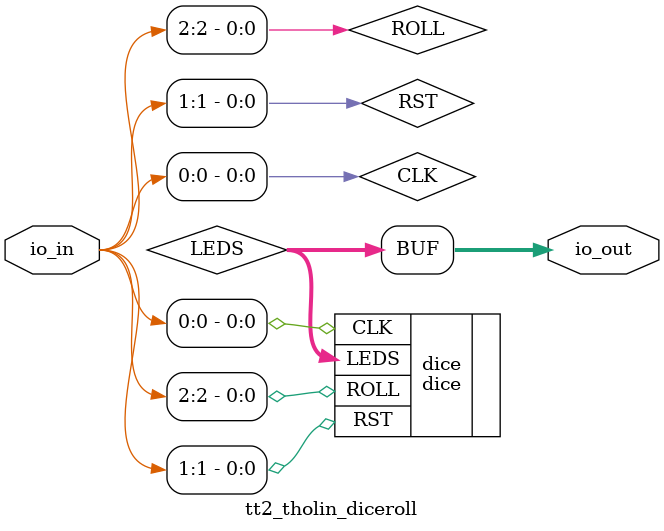
<source format=v>
`default_nettype none

module tt2_tholin_diceroll(
	input [7:0] io_in,
	output [7:0] io_out
);
	wire CLK = io_in[0];
	wire RST = io_in[1];
	wire ROLL = io_in[2];
	wire [7:0] LEDS;
	assign io_out[7:0] = LEDS;
	
	dice dice (
		.CLK(CLK),
		.RST(RST),
		.ROLL(ROLL),
		.LEDS(LEDS)
	);

endmodule

</source>
